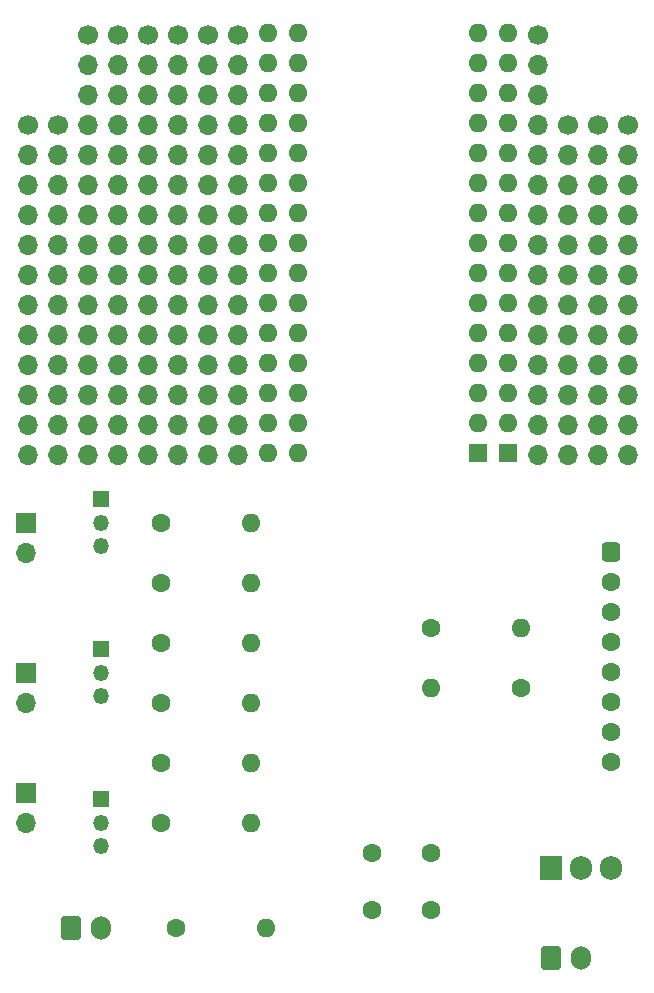
<source format=gbr>
%TF.GenerationSoftware,KiCad,Pcbnew,7.0.6*%
%TF.CreationDate,2023-07-23T20:47:22-06:00*%
%TF.ProjectId,Air,4169722e-6b69-4636-9164-5f7063625858,2*%
%TF.SameCoordinates,Original*%
%TF.FileFunction,Soldermask,Bot*%
%TF.FilePolarity,Negative*%
%FSLAX46Y46*%
G04 Gerber Fmt 4.6, Leading zero omitted, Abs format (unit mm)*
G04 Created by KiCad (PCBNEW 7.0.6) date 2023-07-23 20:47:22*
%MOMM*%
%LPD*%
G01*
G04 APERTURE LIST*
G04 Aperture macros list*
%AMRoundRect*
0 Rectangle with rounded corners*
0 $1 Rounding radius*
0 $2 $3 $4 $5 $6 $7 $8 $9 X,Y pos of 4 corners*
0 Add a 4 corners polygon primitive as box body*
4,1,4,$2,$3,$4,$5,$6,$7,$8,$9,$2,$3,0*
0 Add four circle primitives for the rounded corners*
1,1,$1+$1,$2,$3*
1,1,$1+$1,$4,$5*
1,1,$1+$1,$6,$7*
1,1,$1+$1,$8,$9*
0 Add four rect primitives between the rounded corners*
20,1,$1+$1,$2,$3,$4,$5,0*
20,1,$1+$1,$4,$5,$6,$7,0*
20,1,$1+$1,$6,$7,$8,$9,0*
20,1,$1+$1,$8,$9,$2,$3,0*%
G04 Aperture macros list end*
%ADD10O,1.600000X1.600000*%
%ADD11R,1.600000X1.600000*%
%ADD12C,1.600000*%
%ADD13R,1.700000X1.700000*%
%ADD14O,1.700000X1.700000*%
%ADD15C,1.700000*%
%ADD16R,1.350000X1.350000*%
%ADD17O,1.350000X1.350000*%
%ADD18R,1.905000X2.000000*%
%ADD19O,1.905000X2.000000*%
%ADD20RoundRect,0.400000X-0.400000X-0.450000X0.400000X-0.450000X0.400000X0.450000X-0.400000X0.450000X0*%
%ADD21RoundRect,0.250000X-0.600000X-0.750000X0.600000X-0.750000X0.600000X0.750000X-0.600000X0.750000X0*%
%ADD22O,1.700000X2.000000*%
G04 APERTURE END LIST*
D10*
%TO.C,A1*%
X64999765Y-79216152D03*
X67539765Y-79216152D03*
X64999765Y-76676152D03*
X67539765Y-76676152D03*
X64999765Y-74136152D03*
X67539765Y-74136152D03*
X64999765Y-71596152D03*
X67539765Y-71596152D03*
X64999765Y-69056152D03*
X67539765Y-69056152D03*
X64999765Y-66516152D03*
X67539765Y-66516152D03*
X64999765Y-63976152D03*
X67539765Y-63976152D03*
X64999765Y-61436152D03*
X67539765Y-61436152D03*
X64999765Y-58896152D03*
X67539765Y-58896152D03*
X64999765Y-56356152D03*
X67539765Y-56356152D03*
X64999765Y-53816152D03*
X67539765Y-53816152D03*
X64999765Y-51276152D03*
X67539765Y-51276152D03*
X64999765Y-48736152D03*
X67539765Y-48736152D03*
X64999765Y-46196152D03*
X67539765Y-46196152D03*
X64999765Y-43656152D03*
X67539765Y-43656152D03*
X82779765Y-43656152D03*
X85319765Y-43656152D03*
X82779765Y-46196152D03*
X85319765Y-46196152D03*
X82779765Y-48736152D03*
X85319765Y-48736152D03*
X82779765Y-51276152D03*
X85319765Y-51276152D03*
X82779765Y-53816152D03*
X85319765Y-53816152D03*
X82779765Y-56356152D03*
X85319765Y-56356152D03*
X82779765Y-58896152D03*
X85319765Y-58896152D03*
X82779765Y-61436152D03*
X85319765Y-61436152D03*
X82779765Y-63976152D03*
X85319765Y-63976152D03*
X82779765Y-66516152D03*
X85319765Y-66516152D03*
X82779765Y-69056152D03*
X85319765Y-69056152D03*
X82779765Y-71596152D03*
X85319765Y-71596152D03*
X82779765Y-74136152D03*
X85319765Y-74136152D03*
X82779765Y-76676152D03*
X85319765Y-76676152D03*
D11*
X82779765Y-79216152D03*
X85319765Y-79216152D03*
%TD*%
D12*
%TO.C,C1*%
X73740000Y-117870000D03*
X78740000Y-117870000D03*
%TD*%
%TO.C,R3*%
X55880000Y-95250000D03*
D10*
X63500000Y-95250000D03*
%TD*%
D13*
%TO.C,M2*%
X44450000Y-97790000D03*
D14*
X44450000Y-100330000D03*
%TD*%
D15*
%TO.C,REF\u002A\u002A*%
X52299765Y-43815000D03*
D14*
X52299765Y-46355000D03*
X52299765Y-48895000D03*
X52299765Y-51435000D03*
X52299765Y-53975000D03*
X52299765Y-56515000D03*
X52299765Y-59055000D03*
X52299765Y-61595000D03*
X52299765Y-64135000D03*
X52299765Y-66675000D03*
X52299765Y-69215000D03*
X52299765Y-71755000D03*
X52299765Y-74295000D03*
X52299765Y-76835000D03*
X52299765Y-79375000D03*
%TD*%
D12*
%TO.C,R2*%
X55880000Y-90170000D03*
D10*
X63500000Y-90170000D03*
%TD*%
D16*
%TO.C,Q1*%
X50800000Y-83090000D03*
D17*
X50800000Y-85090000D03*
X50800000Y-87090000D03*
%TD*%
D15*
%TO.C,REF\u002A\u002A*%
X87859765Y-43815000D03*
D14*
X87859765Y-46355000D03*
X87859765Y-48895000D03*
X87859765Y-51435000D03*
X87859765Y-53975000D03*
X87859765Y-56515000D03*
X87859765Y-59055000D03*
X87859765Y-61595000D03*
X87859765Y-64135000D03*
X87859765Y-66675000D03*
X87859765Y-69215000D03*
X87859765Y-71755000D03*
X87859765Y-74295000D03*
X87859765Y-76835000D03*
X87859765Y-79375000D03*
%TD*%
D12*
%TO.C,R6*%
X57150000Y-119380000D03*
D10*
X64770000Y-119380000D03*
%TD*%
D15*
%TO.C,REF\u002A\u002A*%
X95479765Y-51435000D03*
D14*
X95479765Y-53975000D03*
X95479765Y-56515000D03*
X95479765Y-59055000D03*
X95479765Y-61595000D03*
X95479765Y-64135000D03*
X95479765Y-66675000D03*
X95479765Y-69215000D03*
X95479765Y-71755000D03*
X95479765Y-74295000D03*
X95479765Y-76835000D03*
X95479765Y-79375000D03*
%TD*%
D12*
%TO.C,R7*%
X55880000Y-100330000D03*
D10*
X63500000Y-100330000D03*
%TD*%
D16*
%TO.C,Q3*%
X50800000Y-108490000D03*
D17*
X50800000Y-110490000D03*
X50800000Y-112490000D03*
%TD*%
D15*
%TO.C,REF\u002A\u002A*%
X92939765Y-51435000D03*
D14*
X92939765Y-53975000D03*
X92939765Y-56515000D03*
X92939765Y-59055000D03*
X92939765Y-61595000D03*
X92939765Y-64135000D03*
X92939765Y-66675000D03*
X92939765Y-69215000D03*
X92939765Y-71755000D03*
X92939765Y-74295000D03*
X92939765Y-76835000D03*
X92939765Y-79375000D03*
%TD*%
D15*
%TO.C,REF\u002A\u002A*%
X54839765Y-43815000D03*
D14*
X54839765Y-46355000D03*
X54839765Y-48895000D03*
X54839765Y-51435000D03*
X54839765Y-53975000D03*
X54839765Y-56515000D03*
X54839765Y-59055000D03*
X54839765Y-61595000D03*
X54839765Y-64135000D03*
X54839765Y-66675000D03*
X54839765Y-69215000D03*
X54839765Y-71755000D03*
X54839765Y-74295000D03*
X54839765Y-76835000D03*
X54839765Y-79375000D03*
%TD*%
D15*
%TO.C,REF\u002A\u002A*%
X62459765Y-43815000D03*
D14*
X62459765Y-46355000D03*
X62459765Y-48895000D03*
X62459765Y-51435000D03*
X62459765Y-53975000D03*
X62459765Y-56515000D03*
X62459765Y-59055000D03*
X62459765Y-61595000D03*
X62459765Y-64135000D03*
X62459765Y-66675000D03*
X62459765Y-69215000D03*
X62459765Y-71755000D03*
X62459765Y-74295000D03*
X62459765Y-76835000D03*
X62459765Y-79375000D03*
%TD*%
D15*
%TO.C,REF\u002A\u002A*%
X44679765Y-51435000D03*
D14*
X44679765Y-53975000D03*
X44679765Y-56515000D03*
X44679765Y-59055000D03*
X44679765Y-61595000D03*
X44679765Y-64135000D03*
X44679765Y-66675000D03*
X44679765Y-69215000D03*
X44679765Y-71755000D03*
X44679765Y-74295000D03*
X44679765Y-76835000D03*
X44679765Y-79375000D03*
%TD*%
D13*
%TO.C,M3*%
X44475000Y-107970000D03*
D14*
X44475000Y-110510000D03*
%TD*%
D15*
%TO.C,REF\u002A\u002A*%
X47219765Y-51435000D03*
D14*
X47219765Y-53975000D03*
X47219765Y-56515000D03*
X47219765Y-59055000D03*
X47219765Y-61595000D03*
X47219765Y-64135000D03*
X47219765Y-66675000D03*
X47219765Y-69215000D03*
X47219765Y-71755000D03*
X47219765Y-74295000D03*
X47219765Y-76835000D03*
X47219765Y-79375000D03*
%TD*%
D12*
%TO.C,R4*%
X86360000Y-99060000D03*
D10*
X78740000Y-99060000D03*
%TD*%
D12*
%TO.C,R1*%
X55880000Y-85090000D03*
D10*
X63500000Y-85090000D03*
%TD*%
D13*
%TO.C,M1*%
X44450000Y-85090000D03*
D14*
X44450000Y-87630000D03*
%TD*%
D18*
%TO.C,LM7805*%
X88900000Y-114300000D03*
D19*
X91440000Y-114300000D03*
X93980000Y-114300000D03*
%TD*%
D12*
%TO.C,R8*%
X55880000Y-105410000D03*
D10*
X63500000Y-105410000D03*
%TD*%
D12*
%TO.C,R5*%
X78740000Y-93980000D03*
D10*
X86360000Y-93980000D03*
%TD*%
D15*
%TO.C,REF\u002A\u002A*%
X57379765Y-43815000D03*
D14*
X57379765Y-46355000D03*
X57379765Y-48895000D03*
X57379765Y-51435000D03*
X57379765Y-53975000D03*
X57379765Y-56515000D03*
X57379765Y-59055000D03*
X57379765Y-61595000D03*
X57379765Y-64135000D03*
X57379765Y-66675000D03*
X57379765Y-69215000D03*
X57379765Y-71755000D03*
X57379765Y-74295000D03*
X57379765Y-76835000D03*
X57379765Y-79375000D03*
%TD*%
D20*
%TO.C,U2*%
X93980000Y-87614119D03*
D12*
X93980000Y-90154119D03*
X93980000Y-92694119D03*
X93980000Y-95234119D03*
X93980000Y-97774119D03*
X93980000Y-100314119D03*
X93980000Y-102854119D03*
X93980000Y-105394119D03*
%TD*%
%TO.C,R9*%
X55880000Y-110490000D03*
D10*
X63500000Y-110490000D03*
%TD*%
D12*
%TO.C,C2*%
X73740000Y-113030000D03*
X78740000Y-113030000D03*
%TD*%
D16*
%TO.C,Q2*%
X50800000Y-95790000D03*
D17*
X50800000Y-97790000D03*
X50800000Y-99790000D03*
%TD*%
D15*
%TO.C,REF\u002A\u002A*%
X90399765Y-51435000D03*
D14*
X90399765Y-53975000D03*
X90399765Y-56515000D03*
X90399765Y-59055000D03*
X90399765Y-61595000D03*
X90399765Y-64135000D03*
X90399765Y-66675000D03*
X90399765Y-69215000D03*
X90399765Y-71755000D03*
X90399765Y-74295000D03*
X90399765Y-76835000D03*
X90399765Y-79375000D03*
%TD*%
D15*
%TO.C,REF\u002A\u002A*%
X59919765Y-43815000D03*
D14*
X59919765Y-46355000D03*
X59919765Y-48895000D03*
X59919765Y-51435000D03*
X59919765Y-53975000D03*
X59919765Y-56515000D03*
X59919765Y-59055000D03*
X59919765Y-61595000D03*
X59919765Y-64135000D03*
X59919765Y-66675000D03*
X59919765Y-69215000D03*
X59919765Y-71755000D03*
X59919765Y-74295000D03*
X59919765Y-76835000D03*
X59919765Y-79375000D03*
%TD*%
D21*
%TO.C,J1*%
X48300000Y-119380000D03*
D22*
X50840000Y-119380000D03*
%TD*%
D15*
%TO.C,REF\u002A\u002A*%
X49759765Y-43815000D03*
D14*
X49759765Y-46355000D03*
X49759765Y-48895000D03*
X49759765Y-51435000D03*
X49759765Y-53975000D03*
X49759765Y-56515000D03*
X49759765Y-59055000D03*
X49759765Y-61595000D03*
X49759765Y-64135000D03*
X49759765Y-66675000D03*
X49759765Y-69215000D03*
X49759765Y-71755000D03*
X49759765Y-74295000D03*
X49759765Y-76835000D03*
X49759765Y-79375000D03*
%TD*%
D21*
%TO.C,J2*%
X88940000Y-121920000D03*
D22*
X91480000Y-121920000D03*
%TD*%
M02*

</source>
